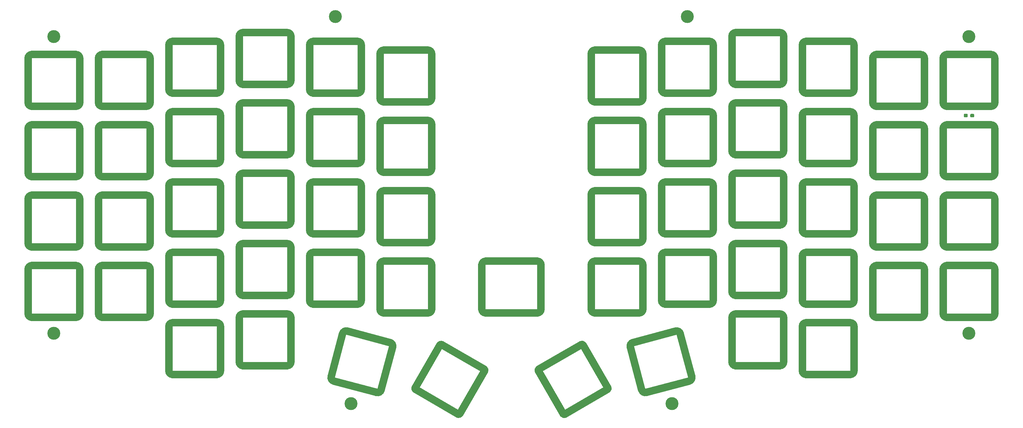
<source format=gbr>
G04 #@! TF.GenerationSoftware,KiCad,Pcbnew,(5.1.4-0)*
G04 #@! TF.CreationDate,2021-11-01T11:32:31-05:00*
G04 #@! TF.ProjectId,top_plate,746f705f-706c-4617-9465-2e6b69636164,rev?*
G04 #@! TF.SameCoordinates,Original*
G04 #@! TF.FileFunction,Soldermask,Bot*
G04 #@! TF.FilePolarity,Negative*
%FSLAX46Y46*%
G04 Gerber Fmt 4.6, Leading zero omitted, Abs format (unit mm)*
G04 Created by KiCad (PCBNEW (5.1.4-0)) date 2021-11-01 11:32:31*
%MOMM*%
%LPD*%
G04 APERTURE LIST*
%ADD10C,2.000000*%
%ADD11C,0.100000*%
%ADD12C,0.950000*%
%ADD13C,3.500000*%
G04 APERTURE END LIST*
D10*
X328470100Y-96487880D02*
G75*
G02X327470100Y-97487880I-1000000J0D01*
G01*
X315470100Y-97487880D02*
G75*
G02X314470100Y-96487880I0J1000000D01*
G01*
X314470100Y-84487880D02*
G75*
G02X315470100Y-83487880I1000000J0D01*
G01*
X327470100Y-83487880D02*
G75*
G02X328470100Y-84487880I0J-1000000D01*
G01*
X328470100Y-96487880D02*
X328470100Y-84487880D01*
X327470100Y-97487880D02*
X315470100Y-97487880D01*
X314470100Y-96487880D02*
X314470100Y-84487880D01*
X327470100Y-83487880D02*
X315470100Y-83487880D01*
X309420020Y-96487880D02*
G75*
G02X308420020Y-97487880I-1000000J0D01*
G01*
X296420020Y-97487880D02*
G75*
G02X295420020Y-96487880I0J1000000D01*
G01*
X295420020Y-84487880D02*
G75*
G02X296420020Y-83487880I1000000J0D01*
G01*
X308420020Y-83487880D02*
G75*
G02X309420020Y-84487880I0J-1000000D01*
G01*
X309420020Y-96487880D02*
X309420020Y-84487880D01*
X308420020Y-97487880D02*
X296420020Y-97487880D01*
X295420020Y-96487880D02*
X295420020Y-84487880D01*
X308420020Y-83487880D02*
X296420020Y-83487880D01*
X290369940Y-92915990D02*
G75*
G02X289369940Y-93915990I-1000000J0D01*
G01*
X277369940Y-93915990D02*
G75*
G02X276369940Y-92915990I0J1000000D01*
G01*
X276369940Y-80915990D02*
G75*
G02X277369940Y-79915990I1000000J0D01*
G01*
X289369940Y-79915990D02*
G75*
G02X290369940Y-80915990I0J-1000000D01*
G01*
X290369940Y-92915990D02*
X290369940Y-80915990D01*
X289369940Y-93915990D02*
X277369940Y-93915990D01*
X276369940Y-92915990D02*
X276369940Y-80915990D01*
X289369940Y-79915990D02*
X277369940Y-79915990D01*
X271319860Y-90534730D02*
G75*
G02X270319860Y-91534730I-1000000J0D01*
G01*
X258319860Y-91534730D02*
G75*
G02X257319860Y-90534730I0J1000000D01*
G01*
X257319860Y-78534730D02*
G75*
G02X258319860Y-77534730I1000000J0D01*
G01*
X270319860Y-77534730D02*
G75*
G02X271319860Y-78534730I0J-1000000D01*
G01*
X271319860Y-90534730D02*
X271319860Y-78534730D01*
X270319860Y-91534730D02*
X258319860Y-91534730D01*
X257319860Y-90534730D02*
X257319860Y-78534730D01*
X270319860Y-77534730D02*
X258319860Y-77534730D01*
X252269780Y-92915990D02*
G75*
G02X251269780Y-93915990I-1000000J0D01*
G01*
X239269780Y-93915990D02*
G75*
G02X238269780Y-92915990I0J1000000D01*
G01*
X238269780Y-80915990D02*
G75*
G02X239269780Y-79915990I1000000J0D01*
G01*
X251269780Y-79915990D02*
G75*
G02X252269780Y-80915990I0J-1000000D01*
G01*
X252269780Y-92915990D02*
X252269780Y-80915990D01*
X251269780Y-93915990D02*
X239269780Y-93915990D01*
X238269780Y-92915990D02*
X238269780Y-80915990D01*
X251269780Y-79915990D02*
X239269780Y-79915990D01*
X233219700Y-95297250D02*
G75*
G02X232219700Y-96297250I-1000000J0D01*
G01*
X220219700Y-96297250D02*
G75*
G02X219219700Y-95297250I0J1000000D01*
G01*
X219219700Y-83297250D02*
G75*
G02X220219700Y-82297250I1000000J0D01*
G01*
X232219700Y-82297250D02*
G75*
G02X233219700Y-83297250I0J-1000000D01*
G01*
X233219700Y-95297250D02*
X233219700Y-83297250D01*
X232219700Y-96297250D02*
X220219700Y-96297250D01*
X219219700Y-95297250D02*
X219219700Y-83297250D01*
X232219700Y-82297250D02*
X220219700Y-82297250D01*
X176069460Y-95297250D02*
G75*
G02X175069460Y-96297250I-1000000J0D01*
G01*
X163069460Y-96297250D02*
G75*
G02X162069460Y-95297250I0J1000000D01*
G01*
X162069460Y-83297250D02*
G75*
G02X163069460Y-82297250I1000000J0D01*
G01*
X175069460Y-82297250D02*
G75*
G02X176069460Y-83297250I0J-1000000D01*
G01*
X176069460Y-95297250D02*
X176069460Y-83297250D01*
X175069460Y-96297250D02*
X163069460Y-96297250D01*
X162069460Y-95297250D02*
X162069460Y-83297250D01*
X175069460Y-82297250D02*
X163069460Y-82297250D01*
X157019380Y-92915990D02*
G75*
G02X156019380Y-93915990I-1000000J0D01*
G01*
X144019380Y-93915990D02*
G75*
G02X143019380Y-92915990I0J1000000D01*
G01*
X143019380Y-80915990D02*
G75*
G02X144019380Y-79915990I1000000J0D01*
G01*
X156019380Y-79915990D02*
G75*
G02X157019380Y-80915990I0J-1000000D01*
G01*
X157019380Y-92915990D02*
X157019380Y-80915990D01*
X156019380Y-93915990D02*
X144019380Y-93915990D01*
X143019380Y-92915990D02*
X143019380Y-80915990D01*
X156019380Y-79915990D02*
X144019380Y-79915990D01*
X137969300Y-90534730D02*
G75*
G02X136969300Y-91534730I-1000000J0D01*
G01*
X124969300Y-91534730D02*
G75*
G02X123969300Y-90534730I0J1000000D01*
G01*
X123969300Y-78534730D02*
G75*
G02X124969300Y-77534730I1000000J0D01*
G01*
X136969300Y-77534730D02*
G75*
G02X137969300Y-78534730I0J-1000000D01*
G01*
X137969300Y-90534730D02*
X137969300Y-78534730D01*
X136969300Y-91534730D02*
X124969300Y-91534730D01*
X123969300Y-90534730D02*
X123969300Y-78534730D01*
X136969300Y-77534730D02*
X124969300Y-77534730D01*
X118919220Y-92915990D02*
G75*
G02X117919220Y-93915990I-1000000J0D01*
G01*
X105919220Y-93915990D02*
G75*
G02X104919220Y-92915990I0J1000000D01*
G01*
X104919220Y-80915990D02*
G75*
G02X105919220Y-79915990I1000000J0D01*
G01*
X117919220Y-79915990D02*
G75*
G02X118919220Y-80915990I0J-1000000D01*
G01*
X118919220Y-92915990D02*
X118919220Y-80915990D01*
X117919220Y-93915990D02*
X105919220Y-93915990D01*
X104919220Y-92915990D02*
X104919220Y-80915990D01*
X117919220Y-79915990D02*
X105919220Y-79915990D01*
X99869140Y-96487880D02*
G75*
G02X98869140Y-97487880I-1000000J0D01*
G01*
X86869140Y-97487880D02*
G75*
G02X85869140Y-96487880I0J1000000D01*
G01*
X85869140Y-84487880D02*
G75*
G02X86869140Y-83487880I1000000J0D01*
G01*
X98869140Y-83487880D02*
G75*
G02X99869140Y-84487880I0J-1000000D01*
G01*
X99869140Y-96487880D02*
X99869140Y-84487880D01*
X98869140Y-97487880D02*
X86869140Y-97487880D01*
X85869140Y-96487880D02*
X85869140Y-84487880D01*
X98869140Y-83487880D02*
X86869140Y-83487880D01*
X80819060Y-96487880D02*
G75*
G02X79819060Y-97487880I-1000000J0D01*
G01*
X67819060Y-97487880D02*
G75*
G02X66819060Y-96487880I0J1000000D01*
G01*
X66819060Y-84487880D02*
G75*
G02X67819060Y-83487880I1000000J0D01*
G01*
X79819060Y-83487880D02*
G75*
G02X80819060Y-84487880I0J-1000000D01*
G01*
X80819060Y-96487880D02*
X80819060Y-84487880D01*
X79819060Y-97487880D02*
X67819060Y-97487880D01*
X66819060Y-96487880D02*
X66819060Y-84487880D01*
X79819060Y-83487880D02*
X67819060Y-83487880D01*
X290369940Y-169116310D02*
G75*
G02X289369940Y-170116310I-1000000J0D01*
G01*
X277369940Y-170116310D02*
G75*
G02X276369940Y-169116310I0J1000000D01*
G01*
X276369940Y-157116310D02*
G75*
G02X277369940Y-156116310I1000000J0D01*
G01*
X289369940Y-156116310D02*
G75*
G02X290369940Y-157116310I0J-1000000D01*
G01*
X290369940Y-169116310D02*
X290369940Y-157116310D01*
X289369940Y-170116310D02*
X277369940Y-170116310D01*
X276369940Y-169116310D02*
X276369940Y-157116310D01*
X289369940Y-156116310D02*
X277369940Y-156116310D01*
X271319860Y-166735050D02*
G75*
G02X270319860Y-167735050I-1000000J0D01*
G01*
X258319860Y-167735050D02*
G75*
G02X257319860Y-166735050I0J1000000D01*
G01*
X257319860Y-154735050D02*
G75*
G02X258319860Y-153735050I1000000J0D01*
G01*
X270319860Y-153735050D02*
G75*
G02X271319860Y-154735050I0J-1000000D01*
G01*
X271319860Y-166735050D02*
X271319860Y-154735050D01*
X270319860Y-167735050D02*
X258319860Y-167735050D01*
X257319860Y-166735050D02*
X257319860Y-154735050D01*
X270319860Y-153735050D02*
X258319860Y-153735050D01*
X229811605Y-162704378D02*
G75*
G02X230518712Y-161479633I965926J258819D01*
G01*
X242109822Y-158373805D02*
G75*
G02X243334567Y-159080912I258819J-965926D01*
G01*
X246440395Y-170672022D02*
G75*
G02X245733288Y-171896767I-965926J-258819D01*
G01*
X234142178Y-175002595D02*
G75*
G02X232917433Y-174295488I-258819J965926D01*
G01*
X229811605Y-162704378D02*
X232917433Y-174295488D01*
X230518712Y-161479633D02*
X242109822Y-158373805D01*
X243334567Y-159080912D02*
X246440395Y-170672022D01*
X234142178Y-175002595D02*
X245733288Y-171896767D01*
X204901222Y-169148350D02*
G75*
G02X205011030Y-168738542I259808J150000D01*
G01*
X216615770Y-162038542D02*
X205011030Y-168738542D01*
X216615770Y-162038542D02*
G75*
G02X217025578Y-162148350I150000J-259808D01*
G01*
X217025578Y-162148350D02*
X223725578Y-173753090D01*
X223725578Y-173753090D02*
G75*
G02X223615770Y-174162898I-259808J-150000D01*
G01*
X204901222Y-169148350D02*
X211601222Y-180753090D01*
X212011030Y-180862898D02*
G75*
G02X211601222Y-180753090I-150000J259808D01*
G01*
X223615770Y-174162898D02*
X212011030Y-180862898D01*
X178263582Y-162148350D02*
G75*
G02X178673390Y-162038542I259808J-150000D01*
G01*
X190278130Y-168738542D02*
X178673390Y-162038542D01*
X190278130Y-168738542D02*
G75*
G02X190387938Y-169148350I-150000J-259808D01*
G01*
X190387938Y-169148350D02*
X183687938Y-180753090D01*
X183687938Y-180753090D02*
G75*
G02X183278130Y-180862898I-259808J150000D01*
G01*
X178263582Y-162148350D02*
X171563582Y-173753090D01*
X171673390Y-174162898D02*
G75*
G02X171563582Y-173753090I150000J259808D01*
G01*
X183278130Y-180862898D02*
X171673390Y-174162898D01*
X151954593Y-159080912D02*
G75*
G02X153179338Y-158373805I965926J-258819D01*
G01*
X164770448Y-161479633D02*
G75*
G02X165477555Y-162704378I-258819J-965926D01*
G01*
X162371727Y-174295488D02*
G75*
G02X161146982Y-175002595I-965926J258819D01*
G01*
X149555872Y-171896767D02*
G75*
G02X148848765Y-170672022I258819J965926D01*
G01*
X151954593Y-159080912D02*
X148848765Y-170672022D01*
X153179338Y-158373805D02*
X164770448Y-161479633D01*
X165477555Y-162704378D02*
X162371727Y-174295488D01*
X149555872Y-171896767D02*
X161146982Y-175002595D01*
X137969300Y-166735050D02*
G75*
G02X136969300Y-167735050I-1000000J0D01*
G01*
X124969300Y-167735050D02*
G75*
G02X123969300Y-166735050I0J1000000D01*
G01*
X123969300Y-154735050D02*
G75*
G02X124969300Y-153735050I1000000J0D01*
G01*
X136969300Y-153735050D02*
G75*
G02X137969300Y-154735050I0J-1000000D01*
G01*
X137969300Y-166735050D02*
X137969300Y-154735050D01*
X136969300Y-167735050D02*
X124969300Y-167735050D01*
X123969300Y-166735050D02*
X123969300Y-154735050D01*
X136969300Y-153735050D02*
X124969300Y-153735050D01*
X118919220Y-169116310D02*
G75*
G02X117919220Y-170116310I-1000000J0D01*
G01*
X105919220Y-170116310D02*
G75*
G02X104919220Y-169116310I0J1000000D01*
G01*
X104919220Y-157116310D02*
G75*
G02X105919220Y-156116310I1000000J0D01*
G01*
X117919220Y-156116310D02*
G75*
G02X118919220Y-157116310I0J-1000000D01*
G01*
X118919220Y-169116310D02*
X118919220Y-157116310D01*
X117919220Y-170116310D02*
X105919220Y-170116310D01*
X104919220Y-169116310D02*
X104919220Y-157116310D01*
X117919220Y-156116310D02*
X105919220Y-156116310D01*
X328470100Y-153638120D02*
G75*
G02X327470100Y-154638120I-1000000J0D01*
G01*
X315470100Y-154638120D02*
G75*
G02X314470100Y-153638120I0J1000000D01*
G01*
X314470100Y-141638120D02*
G75*
G02X315470100Y-140638120I1000000J0D01*
G01*
X327470100Y-140638120D02*
G75*
G02X328470100Y-141638120I0J-1000000D01*
G01*
X328470100Y-153638120D02*
X328470100Y-141638120D01*
X327470100Y-154638120D02*
X315470100Y-154638120D01*
X314470100Y-153638120D02*
X314470100Y-141638120D01*
X327470100Y-140638120D02*
X315470100Y-140638120D01*
X309420020Y-153638120D02*
G75*
G02X308420020Y-154638120I-1000000J0D01*
G01*
X296420020Y-154638120D02*
G75*
G02X295420020Y-153638120I0J1000000D01*
G01*
X295420020Y-141638120D02*
G75*
G02X296420020Y-140638120I1000000J0D01*
G01*
X308420020Y-140638120D02*
G75*
G02X309420020Y-141638120I0J-1000000D01*
G01*
X309420020Y-153638120D02*
X309420020Y-141638120D01*
X308420020Y-154638120D02*
X296420020Y-154638120D01*
X295420020Y-153638120D02*
X295420020Y-141638120D01*
X308420020Y-140638120D02*
X296420020Y-140638120D01*
X290369940Y-150066230D02*
G75*
G02X289369940Y-151066230I-1000000J0D01*
G01*
X277369940Y-151066230D02*
G75*
G02X276369940Y-150066230I0J1000000D01*
G01*
X276369940Y-138066230D02*
G75*
G02X277369940Y-137066230I1000000J0D01*
G01*
X289369940Y-137066230D02*
G75*
G02X290369940Y-138066230I0J-1000000D01*
G01*
X290369940Y-150066230D02*
X290369940Y-138066230D01*
X289369940Y-151066230D02*
X277369940Y-151066230D01*
X276369940Y-150066230D02*
X276369940Y-138066230D01*
X289369940Y-137066230D02*
X277369940Y-137066230D01*
X271319860Y-147684970D02*
G75*
G02X270319860Y-148684970I-1000000J0D01*
G01*
X258319860Y-148684970D02*
G75*
G02X257319860Y-147684970I0J1000000D01*
G01*
X257319860Y-135684970D02*
G75*
G02X258319860Y-134684970I1000000J0D01*
G01*
X270319860Y-134684970D02*
G75*
G02X271319860Y-135684970I0J-1000000D01*
G01*
X271319860Y-147684970D02*
X271319860Y-135684970D01*
X270319860Y-148684970D02*
X258319860Y-148684970D01*
X257319860Y-147684970D02*
X257319860Y-135684970D01*
X270319860Y-134684970D02*
X258319860Y-134684970D01*
X252269780Y-150066230D02*
G75*
G02X251269780Y-151066230I-1000000J0D01*
G01*
X239269780Y-151066230D02*
G75*
G02X238269780Y-150066230I0J1000000D01*
G01*
X238269780Y-138066230D02*
G75*
G02X239269780Y-137066230I1000000J0D01*
G01*
X251269780Y-137066230D02*
G75*
G02X252269780Y-138066230I0J-1000000D01*
G01*
X252269780Y-150066230D02*
X252269780Y-138066230D01*
X251269780Y-151066230D02*
X239269780Y-151066230D01*
X238269780Y-150066230D02*
X238269780Y-138066230D01*
X251269780Y-137066230D02*
X239269780Y-137066230D01*
X233219700Y-152447490D02*
G75*
G02X232219700Y-153447490I-1000000J0D01*
G01*
X220219700Y-153447490D02*
G75*
G02X219219700Y-152447490I0J1000000D01*
G01*
X219219700Y-140447490D02*
G75*
G02X220219700Y-139447490I1000000J0D01*
G01*
X232219700Y-139447490D02*
G75*
G02X233219700Y-140447490I0J-1000000D01*
G01*
X233219700Y-152447490D02*
X233219700Y-140447490D01*
X232219700Y-153447490D02*
X220219700Y-153447490D01*
X219219700Y-152447490D02*
X219219700Y-140447490D01*
X232219700Y-139447490D02*
X220219700Y-139447490D01*
X176069460Y-152447490D02*
G75*
G02X175069460Y-153447490I-1000000J0D01*
G01*
X163069460Y-153447490D02*
G75*
G02X162069460Y-152447490I0J1000000D01*
G01*
X162069460Y-140447490D02*
G75*
G02X163069460Y-139447490I1000000J0D01*
G01*
X175069460Y-139447490D02*
G75*
G02X176069460Y-140447490I0J-1000000D01*
G01*
X176069460Y-152447490D02*
X176069460Y-140447490D01*
X175069460Y-153447490D02*
X163069460Y-153447490D01*
X162069460Y-152447490D02*
X162069460Y-140447490D01*
X175069460Y-139447490D02*
X163069460Y-139447490D01*
X157019380Y-150066230D02*
G75*
G02X156019380Y-151066230I-1000000J0D01*
G01*
X144019380Y-151066230D02*
G75*
G02X143019380Y-150066230I0J1000000D01*
G01*
X143019380Y-138066230D02*
G75*
G02X144019380Y-137066230I1000000J0D01*
G01*
X156019380Y-137066230D02*
G75*
G02X157019380Y-138066230I0J-1000000D01*
G01*
X157019380Y-150066230D02*
X157019380Y-138066230D01*
X156019380Y-151066230D02*
X144019380Y-151066230D01*
X143019380Y-150066230D02*
X143019380Y-138066230D01*
X156019380Y-137066230D02*
X144019380Y-137066230D01*
X137969300Y-147684970D02*
G75*
G02X136969300Y-148684970I-1000000J0D01*
G01*
X124969300Y-148684970D02*
G75*
G02X123969300Y-147684970I0J1000000D01*
G01*
X123969300Y-135684970D02*
G75*
G02X124969300Y-134684970I1000000J0D01*
G01*
X136969300Y-134684970D02*
G75*
G02X137969300Y-135684970I0J-1000000D01*
G01*
X137969300Y-147684970D02*
X137969300Y-135684970D01*
X136969300Y-148684970D02*
X124969300Y-148684970D01*
X123969300Y-147684970D02*
X123969300Y-135684970D01*
X136969300Y-134684970D02*
X124969300Y-134684970D01*
X118919220Y-150066230D02*
G75*
G02X117919220Y-151066230I-1000000J0D01*
G01*
X105919220Y-151066230D02*
G75*
G02X104919220Y-150066230I0J1000000D01*
G01*
X104919220Y-138066230D02*
G75*
G02X105919220Y-137066230I1000000J0D01*
G01*
X117919220Y-137066230D02*
G75*
G02X118919220Y-138066230I0J-1000000D01*
G01*
X118919220Y-150066230D02*
X118919220Y-138066230D01*
X117919220Y-151066230D02*
X105919220Y-151066230D01*
X104919220Y-150066230D02*
X104919220Y-138066230D01*
X117919220Y-137066230D02*
X105919220Y-137066230D01*
X99869140Y-153638120D02*
G75*
G02X98869140Y-154638120I-1000000J0D01*
G01*
X86869140Y-154638120D02*
G75*
G02X85869140Y-153638120I0J1000000D01*
G01*
X85869140Y-141638120D02*
G75*
G02X86869140Y-140638120I1000000J0D01*
G01*
X98869140Y-140638120D02*
G75*
G02X99869140Y-141638120I0J-1000000D01*
G01*
X99869140Y-153638120D02*
X99869140Y-141638120D01*
X98869140Y-154638120D02*
X86869140Y-154638120D01*
X85869140Y-153638120D02*
X85869140Y-141638120D01*
X98869140Y-140638120D02*
X86869140Y-140638120D01*
X80819060Y-153638120D02*
G75*
G02X79819060Y-154638120I-1000000J0D01*
G01*
X67819060Y-154638120D02*
G75*
G02X66819060Y-153638120I0J1000000D01*
G01*
X66819060Y-141638120D02*
G75*
G02X67819060Y-140638120I1000000J0D01*
G01*
X79819060Y-140638120D02*
G75*
G02X80819060Y-141638120I0J-1000000D01*
G01*
X80819060Y-153638120D02*
X80819060Y-141638120D01*
X79819060Y-154638120D02*
X67819060Y-154638120D01*
X66819060Y-153638120D02*
X66819060Y-141638120D01*
X79819060Y-140638120D02*
X67819060Y-140638120D01*
X328470100Y-134588040D02*
G75*
G02X327470100Y-135588040I-1000000J0D01*
G01*
X315470100Y-135588040D02*
G75*
G02X314470100Y-134588040I0J1000000D01*
G01*
X314470100Y-122588040D02*
G75*
G02X315470100Y-121588040I1000000J0D01*
G01*
X327470100Y-121588040D02*
G75*
G02X328470100Y-122588040I0J-1000000D01*
G01*
X328470100Y-134588040D02*
X328470100Y-122588040D01*
X327470100Y-135588040D02*
X315470100Y-135588040D01*
X314470100Y-134588040D02*
X314470100Y-122588040D01*
X327470100Y-121588040D02*
X315470100Y-121588040D01*
X309420020Y-134588040D02*
G75*
G02X308420020Y-135588040I-1000000J0D01*
G01*
X296420020Y-135588040D02*
G75*
G02X295420020Y-134588040I0J1000000D01*
G01*
X295420020Y-122588040D02*
G75*
G02X296420020Y-121588040I1000000J0D01*
G01*
X308420020Y-121588040D02*
G75*
G02X309420020Y-122588040I0J-1000000D01*
G01*
X309420020Y-134588040D02*
X309420020Y-122588040D01*
X308420020Y-135588040D02*
X296420020Y-135588040D01*
X295420020Y-134588040D02*
X295420020Y-122588040D01*
X308420020Y-121588040D02*
X296420020Y-121588040D01*
X290369940Y-131016150D02*
G75*
G02X289369940Y-132016150I-1000000J0D01*
G01*
X277369940Y-132016150D02*
G75*
G02X276369940Y-131016150I0J1000000D01*
G01*
X276369940Y-119016150D02*
G75*
G02X277369940Y-118016150I1000000J0D01*
G01*
X289369940Y-118016150D02*
G75*
G02X290369940Y-119016150I0J-1000000D01*
G01*
X290369940Y-131016150D02*
X290369940Y-119016150D01*
X289369940Y-132016150D02*
X277369940Y-132016150D01*
X276369940Y-131016150D02*
X276369940Y-119016150D01*
X289369940Y-118016150D02*
X277369940Y-118016150D01*
X271319860Y-128634890D02*
G75*
G02X270319860Y-129634890I-1000000J0D01*
G01*
X258319860Y-129634890D02*
G75*
G02X257319860Y-128634890I0J1000000D01*
G01*
X257319860Y-116634890D02*
G75*
G02X258319860Y-115634890I1000000J0D01*
G01*
X270319860Y-115634890D02*
G75*
G02X271319860Y-116634890I0J-1000000D01*
G01*
X271319860Y-128634890D02*
X271319860Y-116634890D01*
X270319860Y-129634890D02*
X258319860Y-129634890D01*
X257319860Y-128634890D02*
X257319860Y-116634890D01*
X270319860Y-115634890D02*
X258319860Y-115634890D01*
X252269780Y-131016150D02*
G75*
G02X251269780Y-132016150I-1000000J0D01*
G01*
X239269780Y-132016150D02*
G75*
G02X238269780Y-131016150I0J1000000D01*
G01*
X238269780Y-119016150D02*
G75*
G02X239269780Y-118016150I1000000J0D01*
G01*
X251269780Y-118016150D02*
G75*
G02X252269780Y-119016150I0J-1000000D01*
G01*
X252269780Y-131016150D02*
X252269780Y-119016150D01*
X251269780Y-132016150D02*
X239269780Y-132016150D01*
X238269780Y-131016150D02*
X238269780Y-119016150D01*
X251269780Y-118016150D02*
X239269780Y-118016150D01*
X233219700Y-133397410D02*
G75*
G02X232219700Y-134397410I-1000000J0D01*
G01*
X220219700Y-134397410D02*
G75*
G02X219219700Y-133397410I0J1000000D01*
G01*
X219219700Y-121397410D02*
G75*
G02X220219700Y-120397410I1000000J0D01*
G01*
X232219700Y-120397410D02*
G75*
G02X233219700Y-121397410I0J-1000000D01*
G01*
X233219700Y-133397410D02*
X233219700Y-121397410D01*
X232219700Y-134397410D02*
X220219700Y-134397410D01*
X219219700Y-133397410D02*
X219219700Y-121397410D01*
X232219700Y-120397410D02*
X220219700Y-120397410D01*
X176069460Y-133397410D02*
G75*
G02X175069460Y-134397410I-1000000J0D01*
G01*
X163069460Y-134397410D02*
G75*
G02X162069460Y-133397410I0J1000000D01*
G01*
X162069460Y-121397410D02*
G75*
G02X163069460Y-120397410I1000000J0D01*
G01*
X175069460Y-120397410D02*
G75*
G02X176069460Y-121397410I0J-1000000D01*
G01*
X176069460Y-133397410D02*
X176069460Y-121397410D01*
X175069460Y-134397410D02*
X163069460Y-134397410D01*
X162069460Y-133397410D02*
X162069460Y-121397410D01*
X175069460Y-120397410D02*
X163069460Y-120397410D01*
X157019380Y-131016150D02*
G75*
G02X156019380Y-132016150I-1000000J0D01*
G01*
X144019380Y-132016150D02*
G75*
G02X143019380Y-131016150I0J1000000D01*
G01*
X143019380Y-119016150D02*
G75*
G02X144019380Y-118016150I1000000J0D01*
G01*
X156019380Y-118016150D02*
G75*
G02X157019380Y-119016150I0J-1000000D01*
G01*
X157019380Y-131016150D02*
X157019380Y-119016150D01*
X156019380Y-132016150D02*
X144019380Y-132016150D01*
X143019380Y-131016150D02*
X143019380Y-119016150D01*
X156019380Y-118016150D02*
X144019380Y-118016150D01*
X137969300Y-128634890D02*
G75*
G02X136969300Y-129634890I-1000000J0D01*
G01*
X124969300Y-129634890D02*
G75*
G02X123969300Y-128634890I0J1000000D01*
G01*
X123969300Y-116634890D02*
G75*
G02X124969300Y-115634890I1000000J0D01*
G01*
X136969300Y-115634890D02*
G75*
G02X137969300Y-116634890I0J-1000000D01*
G01*
X137969300Y-128634890D02*
X137969300Y-116634890D01*
X136969300Y-129634890D02*
X124969300Y-129634890D01*
X123969300Y-128634890D02*
X123969300Y-116634890D01*
X136969300Y-115634890D02*
X124969300Y-115634890D01*
X118919220Y-131016150D02*
G75*
G02X117919220Y-132016150I-1000000J0D01*
G01*
X105919220Y-132016150D02*
G75*
G02X104919220Y-131016150I0J1000000D01*
G01*
X104919220Y-119016150D02*
G75*
G02X105919220Y-118016150I1000000J0D01*
G01*
X117919220Y-118016150D02*
G75*
G02X118919220Y-119016150I0J-1000000D01*
G01*
X118919220Y-131016150D02*
X118919220Y-119016150D01*
X117919220Y-132016150D02*
X105919220Y-132016150D01*
X104919220Y-131016150D02*
X104919220Y-119016150D01*
X117919220Y-118016150D02*
X105919220Y-118016150D01*
X99869140Y-134588040D02*
G75*
G02X98869140Y-135588040I-1000000J0D01*
G01*
X86869140Y-135588040D02*
G75*
G02X85869140Y-134588040I0J1000000D01*
G01*
X85869140Y-122588040D02*
G75*
G02X86869140Y-121588040I1000000J0D01*
G01*
X98869140Y-121588040D02*
G75*
G02X99869140Y-122588040I0J-1000000D01*
G01*
X99869140Y-134588040D02*
X99869140Y-122588040D01*
X98869140Y-135588040D02*
X86869140Y-135588040D01*
X85869140Y-134588040D02*
X85869140Y-122588040D01*
X98869140Y-121588040D02*
X86869140Y-121588040D01*
X80819060Y-134588040D02*
G75*
G02X79819060Y-135588040I-1000000J0D01*
G01*
X67819060Y-135588040D02*
G75*
G02X66819060Y-134588040I0J1000000D01*
G01*
X66819060Y-122588040D02*
G75*
G02X67819060Y-121588040I1000000J0D01*
G01*
X79819060Y-121588040D02*
G75*
G02X80819060Y-122588040I0J-1000000D01*
G01*
X80819060Y-134588040D02*
X80819060Y-122588040D01*
X79819060Y-135588040D02*
X67819060Y-135588040D01*
X66819060Y-134588040D02*
X66819060Y-122588040D01*
X79819060Y-121588040D02*
X67819060Y-121588040D01*
X328470100Y-115537960D02*
G75*
G02X327470100Y-116537960I-1000000J0D01*
G01*
X315470100Y-116537960D02*
G75*
G02X314470100Y-115537960I0J1000000D01*
G01*
X314470100Y-103537960D02*
G75*
G02X315470100Y-102537960I1000000J0D01*
G01*
X327470100Y-102537960D02*
G75*
G02X328470100Y-103537960I0J-1000000D01*
G01*
X328470100Y-115537960D02*
X328470100Y-103537960D01*
X327470100Y-116537960D02*
X315470100Y-116537960D01*
X314470100Y-115537960D02*
X314470100Y-103537960D01*
X327470100Y-102537960D02*
X315470100Y-102537960D01*
X309420020Y-115537960D02*
G75*
G02X308420020Y-116537960I-1000000J0D01*
G01*
X296420020Y-116537960D02*
G75*
G02X295420020Y-115537960I0J1000000D01*
G01*
X295420020Y-103537960D02*
G75*
G02X296420020Y-102537960I1000000J0D01*
G01*
X308420020Y-102537960D02*
G75*
G02X309420020Y-103537960I0J-1000000D01*
G01*
X309420020Y-115537960D02*
X309420020Y-103537960D01*
X308420020Y-116537960D02*
X296420020Y-116537960D01*
X295420020Y-115537960D02*
X295420020Y-103537960D01*
X308420020Y-102537960D02*
X296420020Y-102537960D01*
X290369940Y-111966070D02*
G75*
G02X289369940Y-112966070I-1000000J0D01*
G01*
X277369940Y-112966070D02*
G75*
G02X276369940Y-111966070I0J1000000D01*
G01*
X276369940Y-99966070D02*
G75*
G02X277369940Y-98966070I1000000J0D01*
G01*
X289369940Y-98966070D02*
G75*
G02X290369940Y-99966070I0J-1000000D01*
G01*
X290369940Y-111966070D02*
X290369940Y-99966070D01*
X289369940Y-112966070D02*
X277369940Y-112966070D01*
X276369940Y-111966070D02*
X276369940Y-99966070D01*
X289369940Y-98966070D02*
X277369940Y-98966070D01*
X271319860Y-109584810D02*
G75*
G02X270319860Y-110584810I-1000000J0D01*
G01*
X258319860Y-110584810D02*
G75*
G02X257319860Y-109584810I0J1000000D01*
G01*
X257319860Y-97584810D02*
G75*
G02X258319860Y-96584810I1000000J0D01*
G01*
X270319860Y-96584810D02*
G75*
G02X271319860Y-97584810I0J-1000000D01*
G01*
X271319860Y-109584810D02*
X271319860Y-97584810D01*
X270319860Y-110584810D02*
X258319860Y-110584810D01*
X257319860Y-109584810D02*
X257319860Y-97584810D01*
X270319860Y-96584810D02*
X258319860Y-96584810D01*
X252269780Y-111966070D02*
G75*
G02X251269780Y-112966070I-1000000J0D01*
G01*
X239269780Y-112966070D02*
G75*
G02X238269780Y-111966070I0J1000000D01*
G01*
X238269780Y-99966070D02*
G75*
G02X239269780Y-98966070I1000000J0D01*
G01*
X251269780Y-98966070D02*
G75*
G02X252269780Y-99966070I0J-1000000D01*
G01*
X252269780Y-111966070D02*
X252269780Y-99966070D01*
X251269780Y-112966070D02*
X239269780Y-112966070D01*
X238269780Y-111966070D02*
X238269780Y-99966070D01*
X251269780Y-98966070D02*
X239269780Y-98966070D01*
X233219700Y-114347330D02*
G75*
G02X232219700Y-115347330I-1000000J0D01*
G01*
X220219700Y-115347330D02*
G75*
G02X219219700Y-114347330I0J1000000D01*
G01*
X219219700Y-102347330D02*
G75*
G02X220219700Y-101347330I1000000J0D01*
G01*
X232219700Y-101347330D02*
G75*
G02X233219700Y-102347330I0J-1000000D01*
G01*
X233219700Y-114347330D02*
X233219700Y-102347330D01*
X232219700Y-115347330D02*
X220219700Y-115347330D01*
X219219700Y-114347330D02*
X219219700Y-102347330D01*
X232219700Y-101347330D02*
X220219700Y-101347330D01*
X176069460Y-114347330D02*
G75*
G02X175069460Y-115347330I-1000000J0D01*
G01*
X163069460Y-115347330D02*
G75*
G02X162069460Y-114347330I0J1000000D01*
G01*
X162069460Y-102347330D02*
G75*
G02X163069460Y-101347330I1000000J0D01*
G01*
X175069460Y-101347330D02*
G75*
G02X176069460Y-102347330I0J-1000000D01*
G01*
X176069460Y-114347330D02*
X176069460Y-102347330D01*
X175069460Y-115347330D02*
X163069460Y-115347330D01*
X162069460Y-114347330D02*
X162069460Y-102347330D01*
X175069460Y-101347330D02*
X163069460Y-101347330D01*
X157019380Y-111966070D02*
G75*
G02X156019380Y-112966070I-1000000J0D01*
G01*
X144019380Y-112966070D02*
G75*
G02X143019380Y-111966070I0J1000000D01*
G01*
X143019380Y-99966070D02*
G75*
G02X144019380Y-98966070I1000000J0D01*
G01*
X156019380Y-98966070D02*
G75*
G02X157019380Y-99966070I0J-1000000D01*
G01*
X157019380Y-111966070D02*
X157019380Y-99966070D01*
X156019380Y-112966070D02*
X144019380Y-112966070D01*
X143019380Y-111966070D02*
X143019380Y-99966070D01*
X156019380Y-98966070D02*
X144019380Y-98966070D01*
X137969300Y-109584810D02*
G75*
G02X136969300Y-110584810I-1000000J0D01*
G01*
X124969300Y-110584810D02*
G75*
G02X123969300Y-109584810I0J1000000D01*
G01*
X123969300Y-97584810D02*
G75*
G02X124969300Y-96584810I1000000J0D01*
G01*
X136969300Y-96584810D02*
G75*
G02X137969300Y-97584810I0J-1000000D01*
G01*
X137969300Y-109584810D02*
X137969300Y-97584810D01*
X136969300Y-110584810D02*
X124969300Y-110584810D01*
X123969300Y-109584810D02*
X123969300Y-97584810D01*
X136969300Y-96584810D02*
X124969300Y-96584810D01*
X118919220Y-111966070D02*
G75*
G02X117919220Y-112966070I-1000000J0D01*
G01*
X105919220Y-112966070D02*
G75*
G02X104919220Y-111966070I0J1000000D01*
G01*
X104919220Y-99966070D02*
G75*
G02X105919220Y-98966070I1000000J0D01*
G01*
X117919220Y-98966070D02*
G75*
G02X118919220Y-99966070I0J-1000000D01*
G01*
X118919220Y-111966070D02*
X118919220Y-99966070D01*
X117919220Y-112966070D02*
X105919220Y-112966070D01*
X104919220Y-111966070D02*
X104919220Y-99966070D01*
X117919220Y-98966070D02*
X105919220Y-98966070D01*
X99869140Y-115537960D02*
G75*
G02X98869140Y-116537960I-1000000J0D01*
G01*
X86869140Y-116537960D02*
G75*
G02X85869140Y-115537960I0J1000000D01*
G01*
X85869140Y-103537960D02*
G75*
G02X86869140Y-102537960I1000000J0D01*
G01*
X98869140Y-102537960D02*
G75*
G02X99869140Y-103537960I0J-1000000D01*
G01*
X99869140Y-115537960D02*
X99869140Y-103537960D01*
X98869140Y-116537960D02*
X86869140Y-116537960D01*
X85869140Y-115537960D02*
X85869140Y-103537960D01*
X98869140Y-102537960D02*
X86869140Y-102537960D01*
X80819060Y-115537960D02*
G75*
G02X79819060Y-116537960I-1000000J0D01*
G01*
X67819060Y-116537960D02*
G75*
G02X66819060Y-115537960I0J1000000D01*
G01*
X66819060Y-103537960D02*
G75*
G02X67819060Y-102537960I1000000J0D01*
G01*
X79819060Y-102537960D02*
G75*
G02X80819060Y-103537960I0J-1000000D01*
G01*
X80819060Y-115537960D02*
X80819060Y-103537960D01*
X79819060Y-116537960D02*
X67819060Y-116537960D01*
X66819060Y-115537960D02*
X66819060Y-103537960D01*
X79819060Y-102537960D02*
X67819060Y-102537960D01*
X205644580Y-152447085D02*
G75*
G02X204644580Y-153447085I-1000000J0D01*
G01*
X190644580Y-153447085D02*
G75*
G02X189644580Y-152447085I0J1000000D01*
G01*
X189644580Y-140447085D02*
G75*
G02X190644580Y-139447085I1000000J0D01*
G01*
X204644580Y-139447085D02*
G75*
G02X205644580Y-140447085I0J-1000000D01*
G01*
X205644580Y-152447085D02*
X205644580Y-140447085D01*
X204644580Y-153447085D02*
X190644580Y-153447085D01*
X189644580Y-152447085D02*
X189644580Y-140447085D01*
X204644580Y-139447085D02*
X190644580Y-139447085D01*
D11*
G36*
X320906064Y-99538854D02*
G01*
X320929119Y-99542273D01*
X320951728Y-99547937D01*
X320973672Y-99555789D01*
X320994742Y-99565754D01*
X321014733Y-99577736D01*
X321033453Y-99591620D01*
X321050723Y-99607272D01*
X321066375Y-99624542D01*
X321080259Y-99643262D01*
X321092241Y-99663253D01*
X321102206Y-99684323D01*
X321110058Y-99706267D01*
X321115722Y-99728876D01*
X321119141Y-99751931D01*
X321120285Y-99775210D01*
X321120285Y-100250210D01*
X321119141Y-100273489D01*
X321115722Y-100296544D01*
X321110058Y-100319153D01*
X321102206Y-100341097D01*
X321092241Y-100362167D01*
X321080259Y-100382158D01*
X321066375Y-100400878D01*
X321050723Y-100418148D01*
X321033453Y-100433800D01*
X321014733Y-100447684D01*
X320994742Y-100459666D01*
X320973672Y-100469631D01*
X320951728Y-100477483D01*
X320929119Y-100483147D01*
X320906064Y-100486566D01*
X320882785Y-100487710D01*
X320307785Y-100487710D01*
X320284506Y-100486566D01*
X320261451Y-100483147D01*
X320238842Y-100477483D01*
X320216898Y-100469631D01*
X320195828Y-100459666D01*
X320175837Y-100447684D01*
X320157117Y-100433800D01*
X320139847Y-100418148D01*
X320124195Y-100400878D01*
X320110311Y-100382158D01*
X320098329Y-100362167D01*
X320088364Y-100341097D01*
X320080512Y-100319153D01*
X320074848Y-100296544D01*
X320071429Y-100273489D01*
X320070285Y-100250210D01*
X320070285Y-99775210D01*
X320071429Y-99751931D01*
X320074848Y-99728876D01*
X320080512Y-99706267D01*
X320088364Y-99684323D01*
X320098329Y-99663253D01*
X320110311Y-99643262D01*
X320124195Y-99624542D01*
X320139847Y-99607272D01*
X320157117Y-99591620D01*
X320175837Y-99577736D01*
X320195828Y-99565754D01*
X320216898Y-99555789D01*
X320238842Y-99547937D01*
X320261451Y-99542273D01*
X320284506Y-99538854D01*
X320307785Y-99537710D01*
X320882785Y-99537710D01*
X320906064Y-99538854D01*
X320906064Y-99538854D01*
G37*
D12*
X320595285Y-100012710D03*
D11*
G36*
X322656064Y-99538854D02*
G01*
X322679119Y-99542273D01*
X322701728Y-99547937D01*
X322723672Y-99555789D01*
X322744742Y-99565754D01*
X322764733Y-99577736D01*
X322783453Y-99591620D01*
X322800723Y-99607272D01*
X322816375Y-99624542D01*
X322830259Y-99643262D01*
X322842241Y-99663253D01*
X322852206Y-99684323D01*
X322860058Y-99706267D01*
X322865722Y-99728876D01*
X322869141Y-99751931D01*
X322870285Y-99775210D01*
X322870285Y-100250210D01*
X322869141Y-100273489D01*
X322865722Y-100296544D01*
X322860058Y-100319153D01*
X322852206Y-100341097D01*
X322842241Y-100362167D01*
X322830259Y-100382158D01*
X322816375Y-100400878D01*
X322800723Y-100418148D01*
X322783453Y-100433800D01*
X322764733Y-100447684D01*
X322744742Y-100459666D01*
X322723672Y-100469631D01*
X322701728Y-100477483D01*
X322679119Y-100483147D01*
X322656064Y-100486566D01*
X322632785Y-100487710D01*
X322057785Y-100487710D01*
X322034506Y-100486566D01*
X322011451Y-100483147D01*
X321988842Y-100477483D01*
X321966898Y-100469631D01*
X321945828Y-100459666D01*
X321925837Y-100447684D01*
X321907117Y-100433800D01*
X321889847Y-100418148D01*
X321874195Y-100400878D01*
X321860311Y-100382158D01*
X321848329Y-100362167D01*
X321838364Y-100341097D01*
X321830512Y-100319153D01*
X321824848Y-100296544D01*
X321821429Y-100273489D01*
X321820285Y-100250210D01*
X321820285Y-99775210D01*
X321821429Y-99751931D01*
X321824848Y-99728876D01*
X321830512Y-99706267D01*
X321838364Y-99684323D01*
X321848329Y-99663253D01*
X321860311Y-99643262D01*
X321874195Y-99624542D01*
X321889847Y-99607272D01*
X321907117Y-99591620D01*
X321925837Y-99577736D01*
X321945828Y-99565754D01*
X321966898Y-99555789D01*
X321988842Y-99547937D01*
X322011451Y-99542273D01*
X322034506Y-99538854D01*
X322057785Y-99537710D01*
X322632785Y-99537710D01*
X322656064Y-99538854D01*
X322656064Y-99538854D01*
G37*
D12*
X322345285Y-100012710D03*
D13*
X73819060Y-78581485D03*
X73820040Y-158948739D03*
X150019380Y-73223743D03*
X154187295Y-177998755D03*
X245269780Y-73223743D03*
X241102993Y-177998755D03*
X321470256Y-78581436D03*
X321470100Y-158948675D03*
M02*

</source>
